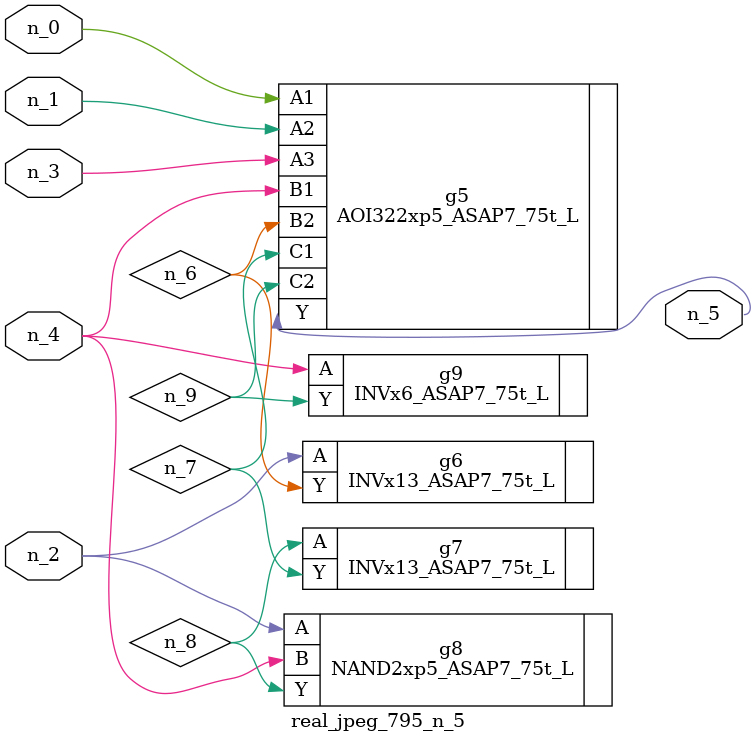
<source format=v>
module real_jpeg_795_n_5 (n_4, n_0, n_1, n_2, n_3, n_5);

input n_4;
input n_0;
input n_1;
input n_2;
input n_3;

output n_5;

wire n_8;
wire n_6;
wire n_7;
wire n_9;

AOI322xp5_ASAP7_75t_L g5 ( 
.A1(n_0),
.A2(n_1),
.A3(n_3),
.B1(n_4),
.B2(n_6),
.C1(n_7),
.C2(n_9),
.Y(n_5)
);

INVx13_ASAP7_75t_L g6 ( 
.A(n_2),
.Y(n_6)
);

NAND2xp5_ASAP7_75t_L g8 ( 
.A(n_2),
.B(n_4),
.Y(n_8)
);

INVx6_ASAP7_75t_L g9 ( 
.A(n_4),
.Y(n_9)
);

INVx13_ASAP7_75t_L g7 ( 
.A(n_8),
.Y(n_7)
);


endmodule
</source>
